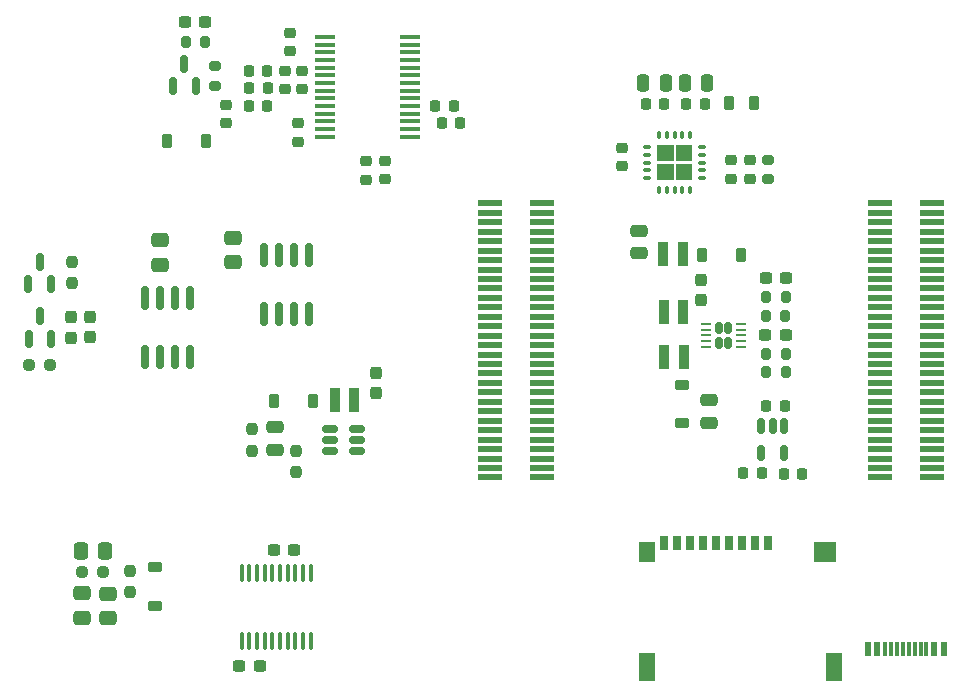
<source format=gbr>
%TF.GenerationSoftware,KiCad,Pcbnew,8.0.9*%
%TF.CreationDate,2025-03-06T21:03:41+08:00*%
%TF.ProjectId,CCD_Sensor_ZYNQ,4343445f-5365-46e7-936f-725f5a594e51,rev?*%
%TF.SameCoordinates,Original*%
%TF.FileFunction,Paste,Top*%
%TF.FilePolarity,Positive*%
%FSLAX46Y46*%
G04 Gerber Fmt 4.6, Leading zero omitted, Abs format (unit mm)*
G04 Created by KiCad (PCBNEW 8.0.9) date 2025-03-06 21:03:41*
%MOMM*%
%LPD*%
G01*
G04 APERTURE LIST*
G04 Aperture macros list*
%AMRoundRect*
0 Rectangle with rounded corners*
0 $1 Rounding radius*
0 $2 $3 $4 $5 $6 $7 $8 $9 X,Y pos of 4 corners*
0 Add a 4 corners polygon primitive as box body*
4,1,4,$2,$3,$4,$5,$6,$7,$8,$9,$2,$3,0*
0 Add four circle primitives for the rounded corners*
1,1,$1+$1,$2,$3*
1,1,$1+$1,$4,$5*
1,1,$1+$1,$6,$7*
1,1,$1+$1,$8,$9*
0 Add four rect primitives between the rounded corners*
20,1,$1+$1,$2,$3,$4,$5,0*
20,1,$1+$1,$4,$5,$6,$7,0*
20,1,$1+$1,$6,$7,$8,$9,0*
20,1,$1+$1,$8,$9,$2,$3,0*%
G04 Aperture macros list end*
%ADD10C,0.000000*%
%ADD11RoundRect,0.237500X0.237500X-0.250000X0.237500X0.250000X-0.237500X0.250000X-0.237500X-0.250000X0*%
%ADD12RoundRect,0.237500X-0.300000X-0.237500X0.300000X-0.237500X0.300000X0.237500X-0.300000X0.237500X0*%
%ADD13RoundRect,0.250000X0.250000X0.475000X-0.250000X0.475000X-0.250000X-0.475000X0.250000X-0.475000X0*%
%ADD14RoundRect,0.250000X0.475000X-0.337500X0.475000X0.337500X-0.475000X0.337500X-0.475000X-0.337500X0*%
%ADD15RoundRect,0.250000X-0.475000X0.250000X-0.475000X-0.250000X0.475000X-0.250000X0.475000X0.250000X0*%
%ADD16O,0.750001X0.299999*%
%ADD17O,0.299999X0.750001*%
%ADD18RoundRect,0.200000X0.200000X0.275000X-0.200000X0.275000X-0.200000X-0.275000X0.200000X-0.275000X0*%
%ADD19R,1.750000X0.450000*%
%ADD20RoundRect,0.218750X0.218750X0.256250X-0.218750X0.256250X-0.218750X-0.256250X0.218750X-0.256250X0*%
%ADD21RoundRect,0.225000X-0.250000X0.225000X-0.250000X-0.225000X0.250000X-0.225000X0.250000X0.225000X0*%
%ADD22R,0.700000X1.300000*%
%ADD23R,1.447800X1.651000*%
%ADD24R,1.447800X2.438400*%
%ADD25R,1.854200X1.651000*%
%ADD26RoundRect,0.150000X0.150000X-0.825000X0.150000X0.825000X-0.150000X0.825000X-0.150000X-0.825000X0*%
%ADD27RoundRect,0.237500X-0.237500X0.250000X-0.237500X-0.250000X0.237500X-0.250000X0.237500X0.250000X0*%
%ADD28RoundRect,0.225000X0.225000X0.375000X-0.225000X0.375000X-0.225000X-0.375000X0.225000X-0.375000X0*%
%ADD29RoundRect,0.250000X0.475000X-0.250000X0.475000X0.250000X-0.475000X0.250000X-0.475000X-0.250000X0*%
%ADD30RoundRect,0.200000X0.275000X-0.200000X0.275000X0.200000X-0.275000X0.200000X-0.275000X-0.200000X0*%
%ADD31RoundRect,0.218750X0.218750X0.381250X-0.218750X0.381250X-0.218750X-0.381250X0.218750X-0.381250X0*%
%ADD32R,0.600000X1.240000*%
%ADD33R,0.300000X1.240000*%
%ADD34RoundRect,0.237500X0.237500X-0.300000X0.237500X0.300000X-0.237500X0.300000X-0.237500X-0.300000X0*%
%ADD35RoundRect,0.225000X0.225000X0.250000X-0.225000X0.250000X-0.225000X-0.250000X0.225000X-0.250000X0*%
%ADD36RoundRect,0.150000X0.150000X-0.587500X0.150000X0.587500X-0.150000X0.587500X-0.150000X-0.587500X0*%
%ADD37RoundRect,0.150000X-0.512500X-0.150000X0.512500X-0.150000X0.512500X0.150000X-0.512500X0.150000X0*%
%ADD38R,0.850000X2.000000*%
%ADD39RoundRect,0.225000X0.250000X-0.225000X0.250000X0.225000X-0.250000X0.225000X-0.250000X-0.225000X0*%
%ADD40RoundRect,0.237500X-0.237500X0.300000X-0.237500X-0.300000X0.237500X-0.300000X0.237500X0.300000X0*%
%ADD41RoundRect,0.225000X-0.225000X-0.250000X0.225000X-0.250000X0.225000X0.250000X-0.225000X0.250000X0*%
%ADD42RoundRect,0.237500X-0.250000X-0.237500X0.250000X-0.237500X0.250000X0.237500X-0.250000X0.237500X0*%
%ADD43R,2.000000X0.500000*%
%ADD44RoundRect,0.167500X0.167500X0.312500X-0.167500X0.312500X-0.167500X-0.312500X0.167500X-0.312500X0*%
%ADD45RoundRect,0.062500X0.362500X0.062500X-0.362500X0.062500X-0.362500X-0.062500X0.362500X-0.062500X0*%
%ADD46RoundRect,0.250000X-0.475000X0.337500X-0.475000X-0.337500X0.475000X-0.337500X0.475000X0.337500X0*%
%ADD47RoundRect,0.237500X-0.237500X0.287500X-0.237500X-0.287500X0.237500X-0.287500X0.237500X0.287500X0*%
%ADD48RoundRect,0.200000X-0.200000X-0.275000X0.200000X-0.275000X0.200000X0.275000X-0.200000X0.275000X0*%
%ADD49RoundRect,0.100000X0.100000X-0.637500X0.100000X0.637500X-0.100000X0.637500X-0.100000X-0.637500X0*%
%ADD50RoundRect,0.250000X0.337500X0.475000X-0.337500X0.475000X-0.337500X-0.475000X0.337500X-0.475000X0*%
%ADD51RoundRect,0.237500X0.300000X0.237500X-0.300000X0.237500X-0.300000X-0.237500X0.300000X-0.237500X0*%
%ADD52RoundRect,0.225000X-0.225000X-0.375000X0.225000X-0.375000X0.225000X0.375000X-0.225000X0.375000X0*%
%ADD53RoundRect,0.225000X0.375000X-0.225000X0.375000X0.225000X-0.375000X0.225000X-0.375000X-0.225000X0*%
%ADD54RoundRect,0.150000X-0.150000X0.512500X-0.150000X-0.512500X0.150000X-0.512500X0.150000X0.512500X0*%
%ADD55RoundRect,0.250000X-0.250000X-0.475000X0.250000X-0.475000X0.250000X0.475000X-0.250000X0.475000X0*%
%ADD56RoundRect,0.218750X0.256250X-0.218750X0.256250X0.218750X-0.256250X0.218750X-0.256250X-0.218750X0*%
G04 APERTURE END LIST*
D10*
%TO.C,U2*%
G36*
X238925004Y-77150001D02*
G01*
X237557003Y-77150001D01*
X237557003Y-75782000D01*
X238925004Y-75782000D01*
X238925004Y-77150001D01*
G37*
G36*
X238925004Y-78717999D02*
G01*
X237557003Y-78717999D01*
X237557003Y-77349998D01*
X238925004Y-77349998D01*
X238925004Y-78717999D01*
G37*
G36*
X240493002Y-77150001D02*
G01*
X239125001Y-77150001D01*
X239125001Y-75782000D01*
X240493002Y-75782000D01*
X240493002Y-77150001D01*
G37*
G36*
X240493002Y-78717999D02*
G01*
X239125001Y-78717999D01*
X239125001Y-77349998D01*
X240493002Y-77349998D01*
X240493002Y-78717999D01*
G37*
%TD*%
D11*
%TO.C,R7*%
X206962500Y-103462500D03*
X206962500Y-101637500D03*
%TD*%
D12*
%TO.C,C4*%
X246695780Y-91835268D03*
X248420780Y-91835268D03*
%TD*%
D13*
%TO.C,C38*%
X238275001Y-70475002D03*
X236375001Y-70475002D03*
%TD*%
D14*
%TO.C,C31*%
X191037500Y-115837500D03*
X191037500Y-113762500D03*
%TD*%
D15*
%TO.C,C12*%
X205150000Y-99650000D03*
X205150000Y-101550000D03*
%TD*%
D16*
%TO.C,U2*%
X236700002Y-75950001D03*
X236700002Y-76600000D03*
X236700002Y-77250001D03*
X236700002Y-77900000D03*
X236700002Y-78550001D03*
D17*
X237725001Y-79575000D03*
X238375000Y-79575000D03*
X239025001Y-79575000D03*
X239675000Y-79575000D03*
X240325001Y-79575000D03*
D16*
X241350000Y-78550001D03*
X241350000Y-77900000D03*
X241350000Y-77250001D03*
X241350000Y-76600000D03*
X241350000Y-75950001D03*
D17*
X240325001Y-74925002D03*
X239675000Y-74925002D03*
X239025001Y-74925002D03*
X238375000Y-74925002D03*
X237725001Y-74925002D03*
%TD*%
D18*
%TO.C,R1*%
X248433280Y-88585268D03*
X246783280Y-88585268D03*
%TD*%
D19*
%TO.C,U3*%
X216607200Y-75059800D03*
X216607200Y-74409800D03*
X216607200Y-73759800D03*
X216607200Y-73109800D03*
X216607200Y-72459800D03*
X216607200Y-71809800D03*
X216607200Y-71159800D03*
X216607200Y-70509800D03*
X216607200Y-69859800D03*
X216607200Y-69209800D03*
X216607200Y-68559800D03*
X216607200Y-67909800D03*
X216607200Y-67259800D03*
X216607200Y-66609800D03*
X209407200Y-66609800D03*
X209407200Y-67259800D03*
X209407200Y-67909800D03*
X209407200Y-68559800D03*
X209407200Y-69209800D03*
X209407200Y-69859800D03*
X209407200Y-70509800D03*
X209407200Y-71159800D03*
X209407200Y-71809800D03*
X209407200Y-72459800D03*
X209407200Y-73109800D03*
X209407200Y-73759800D03*
X209407200Y-74409800D03*
X209407200Y-75059800D03*
%TD*%
D20*
%TO.C,FB1*%
X220312500Y-72450000D03*
X218737500Y-72450000D03*
%TD*%
D21*
%TO.C,C20*%
X214450000Y-77125000D03*
X214450000Y-78675000D03*
%TD*%
D22*
%TO.C,MICRO_SD1*%
X246889800Y-109476200D03*
X245789800Y-109476200D03*
X244689800Y-109476200D03*
X243589800Y-109476200D03*
X242489800Y-109476200D03*
X241389800Y-109476200D03*
X240289800Y-109476200D03*
X239189800Y-109476200D03*
X238089800Y-109476200D03*
D23*
X236671400Y-110250000D03*
D24*
X236671400Y-119950000D03*
X252496200Y-119950000D03*
D25*
X251721200Y-110250000D03*
%TD*%
D26*
%TO.C,U5*%
X204203280Y-90035268D03*
X205473280Y-90035268D03*
X206743280Y-90035268D03*
X208013280Y-90035268D03*
X208013280Y-85085268D03*
X206743280Y-85085268D03*
X205473280Y-85085268D03*
X204203280Y-85085268D03*
%TD*%
D27*
%TO.C,R6*%
X203212500Y-99837500D03*
X203212500Y-101662500D03*
%TD*%
D26*
%TO.C,U11*%
X194203280Y-93672768D03*
X195473280Y-93672768D03*
X196743280Y-93672768D03*
X198013280Y-93672768D03*
X198013280Y-88722768D03*
X196743280Y-88722768D03*
X195473280Y-88722768D03*
X194203280Y-88722768D03*
%TD*%
D28*
%TO.C,D2*%
X244608280Y-85035268D03*
X241308280Y-85035268D03*
%TD*%
D29*
%TO.C,C5*%
X241908280Y-99285268D03*
X241908280Y-97385268D03*
%TD*%
D30*
%TO.C,R17*%
X246925001Y-78650002D03*
X246925001Y-77000002D03*
%TD*%
D31*
%TO.C,L5*%
X245737501Y-72175002D03*
X243612501Y-72175002D03*
%TD*%
D32*
%TO.C,J4*%
X255380000Y-118430000D03*
X256180000Y-118430000D03*
D33*
X257330000Y-118430000D03*
X258330000Y-118430000D03*
X258830000Y-118430000D03*
X259830000Y-118430000D03*
D32*
X260980000Y-118430000D03*
X261780000Y-118430000D03*
X261780000Y-118430000D03*
X260980000Y-118430000D03*
D33*
X260330000Y-118430000D03*
X259330000Y-118430000D03*
X257830000Y-118430000D03*
X256830000Y-118430000D03*
D32*
X256180000Y-118430000D03*
X255380000Y-118430000D03*
%TD*%
D34*
%TO.C,C1*%
X241208280Y-88897768D03*
X241208280Y-87172768D03*
%TD*%
D35*
%TO.C,C39*%
X238100001Y-72275002D03*
X236550001Y-72275002D03*
%TD*%
D36*
%TO.C,Q3*%
X196550000Y-70737500D03*
X198450000Y-70737500D03*
X197500000Y-68862500D03*
%TD*%
D12*
%TO.C,C6*%
X202150000Y-119862500D03*
X203875000Y-119862500D03*
%TD*%
D37*
%TO.C,U7*%
X209850000Y-99800000D03*
X209850000Y-100750000D03*
X209850000Y-101700000D03*
X212125000Y-101700000D03*
X212125000Y-100750000D03*
X212125000Y-99800000D03*
%TD*%
D38*
%TO.C,L3*%
X211875000Y-97350000D03*
X210225000Y-97350000D03*
%TD*%
D39*
%TO.C,C10*%
X206475000Y-67800000D03*
X206475000Y-66250000D03*
%TD*%
D40*
%TO.C,C34*%
X187900000Y-90337500D03*
X187900000Y-92062500D03*
%TD*%
D12*
%TO.C,C2*%
X246745780Y-86985268D03*
X248470780Y-86985268D03*
%TD*%
D41*
%TO.C,C22*%
X202975000Y-69475000D03*
X204525000Y-69475000D03*
%TD*%
D42*
%TO.C,R15*%
X184337500Y-94412500D03*
X186162500Y-94412500D03*
%TD*%
D41*
%TO.C,C21*%
X203000000Y-70950000D03*
X204550000Y-70950000D03*
%TD*%
D43*
%TO.C,J2*%
X227750000Y-80700000D03*
X223350000Y-80700000D03*
X227750000Y-81500000D03*
X223350000Y-81500000D03*
X227750000Y-82300000D03*
X223350000Y-82300000D03*
X227750000Y-83100000D03*
X223350000Y-83100000D03*
X227750000Y-83900000D03*
X223350000Y-83900000D03*
X227750000Y-84700000D03*
X223350000Y-84700000D03*
X227750000Y-85500000D03*
X223350000Y-85500000D03*
X227750000Y-86300000D03*
X223350000Y-86300000D03*
X227750000Y-87100000D03*
X223350000Y-87100000D03*
X227750000Y-87900000D03*
X223350000Y-87900000D03*
X227750000Y-88700000D03*
X223350000Y-88700000D03*
X227750000Y-89500000D03*
X223350000Y-89500000D03*
X227750000Y-90300000D03*
X223350000Y-90300000D03*
X227750000Y-91100000D03*
X223350000Y-91100000D03*
X227750000Y-91900000D03*
X223350000Y-91900000D03*
X227750000Y-92700000D03*
X223350000Y-92700000D03*
X227750000Y-93500000D03*
X223350000Y-93500000D03*
X227750000Y-94300000D03*
X223350000Y-94300000D03*
X227750000Y-95100000D03*
X223350000Y-95100000D03*
X227750000Y-95900000D03*
X223350000Y-95900000D03*
X227750000Y-96700000D03*
X223350000Y-96700000D03*
X227750000Y-97500000D03*
X223350000Y-97500000D03*
X227750000Y-98300000D03*
X223350000Y-98300000D03*
X227750000Y-99100000D03*
X223350000Y-99100000D03*
X227750000Y-99900000D03*
X223350000Y-99900000D03*
X227750000Y-100700000D03*
X223350000Y-100700000D03*
X227750000Y-101500000D03*
X223350000Y-101500000D03*
X227750000Y-102300000D03*
X223350000Y-102300000D03*
X227750000Y-103100000D03*
X223350000Y-103100000D03*
X227750000Y-103900000D03*
X223350000Y-103900000D03*
%TD*%
D39*
%TO.C,C17*%
X207475000Y-71025000D03*
X207475000Y-69475000D03*
%TD*%
D44*
%TO.C,U1*%
X243568280Y-92480268D03*
X243568280Y-91290268D03*
X242748280Y-92480268D03*
X242748280Y-91290268D03*
D45*
X244608280Y-92885268D03*
X244608280Y-92385268D03*
X244608280Y-91885268D03*
X244608280Y-91385268D03*
X244608280Y-90885268D03*
X241708280Y-90885268D03*
X241708280Y-91385268D03*
X241708280Y-91885268D03*
X241708280Y-92385268D03*
X241708280Y-92885268D03*
%TD*%
D46*
%TO.C,C30*%
X201650000Y-83612500D03*
X201650000Y-85687500D03*
%TD*%
D41*
%TO.C,C25*%
X248275000Y-103650000D03*
X249825000Y-103650000D03*
%TD*%
D38*
%TO.C,L1*%
X238083280Y-89935268D03*
X239733280Y-89935268D03*
%TD*%
D30*
%TO.C,R9*%
X200125000Y-70750000D03*
X200125000Y-69100000D03*
%TD*%
D47*
%TO.C,L4*%
X189500000Y-90300000D03*
X189500000Y-92050000D03*
%TD*%
D29*
%TO.C,C3*%
X236008280Y-84935268D03*
X236008280Y-83035268D03*
%TD*%
D38*
%TO.C,L6*%
X239683280Y-84985268D03*
X238033280Y-84985268D03*
%TD*%
D46*
%TO.C,C29*%
X195458280Y-83822768D03*
X195458280Y-85897768D03*
%TD*%
D48*
%TO.C,R3*%
X246783280Y-94985268D03*
X248433280Y-94985268D03*
%TD*%
D49*
%TO.C,U6*%
X202350000Y-117725000D03*
X203000000Y-117725000D03*
X203650000Y-117725000D03*
X204300000Y-117725000D03*
X204950000Y-117725000D03*
X205600000Y-117725000D03*
X206250000Y-117725000D03*
X206900000Y-117725000D03*
X207550000Y-117725000D03*
X208200000Y-117725000D03*
X208200000Y-112000000D03*
X207550000Y-112000000D03*
X206900000Y-112000000D03*
X206250000Y-112000000D03*
X205600000Y-112000000D03*
X204950000Y-112000000D03*
X204300000Y-112000000D03*
X203650000Y-112000000D03*
X203000000Y-112000000D03*
X202350000Y-112000000D03*
%TD*%
D36*
%TO.C,Q1*%
X184325000Y-92150000D03*
X186225000Y-92150000D03*
X185275000Y-90275000D03*
%TD*%
D39*
%TO.C,C16*%
X206000000Y-71000000D03*
X206000000Y-69450000D03*
%TD*%
D42*
%TO.C,R13*%
X188825000Y-111950000D03*
X190650000Y-111950000D03*
%TD*%
D43*
%TO.C,J1*%
X260770000Y-80700000D03*
X256370000Y-80700000D03*
X260770000Y-81500000D03*
X256370000Y-81500000D03*
X260770000Y-82300000D03*
X256370000Y-82300000D03*
X260770000Y-83100000D03*
X256370000Y-83100000D03*
X260770000Y-83900000D03*
X256370000Y-83900000D03*
X260770000Y-84700000D03*
X256370000Y-84700000D03*
X260770000Y-85500000D03*
X256370000Y-85500000D03*
X260770000Y-86300000D03*
X256370000Y-86300000D03*
X260770000Y-87100000D03*
X256370000Y-87100000D03*
X260770000Y-87900000D03*
X256370000Y-87900000D03*
X260770000Y-88700000D03*
X256370000Y-88700000D03*
X260770000Y-89500000D03*
X256370000Y-89500000D03*
X260770000Y-90300000D03*
X256370000Y-90300000D03*
X260770000Y-91100000D03*
X256370000Y-91100000D03*
X260770000Y-91900000D03*
X256370000Y-91900000D03*
X260770000Y-92700000D03*
X256370000Y-92700000D03*
X260770000Y-93500000D03*
X256370000Y-93500000D03*
X260770000Y-94300000D03*
X256370000Y-94300000D03*
X260770000Y-95100000D03*
X256370000Y-95100000D03*
X260770000Y-95900000D03*
X256370000Y-95900000D03*
X260770000Y-96700000D03*
X256370000Y-96700000D03*
X260770000Y-97500000D03*
X256370000Y-97500000D03*
X260770000Y-98300000D03*
X256370000Y-98300000D03*
X260770000Y-99100000D03*
X256370000Y-99100000D03*
X260770000Y-99900000D03*
X256370000Y-99900000D03*
X260770000Y-100700000D03*
X256370000Y-100700000D03*
X260770000Y-101500000D03*
X256370000Y-101500000D03*
X260770000Y-102300000D03*
X256370000Y-102300000D03*
X260770000Y-103100000D03*
X256370000Y-103100000D03*
X260770000Y-103900000D03*
X256370000Y-103900000D03*
%TD*%
D35*
%TO.C,C24*%
X246375000Y-103487500D03*
X244825000Y-103487500D03*
%TD*%
D50*
%TO.C,C33*%
X190825000Y-110100000D03*
X188750000Y-110100000D03*
%TD*%
D14*
%TO.C,C32*%
X188837500Y-115787500D03*
X188837500Y-113712500D03*
%TD*%
D48*
%TO.C,R4*%
X246758280Y-93435268D03*
X248408280Y-93435268D03*
%TD*%
D11*
%TO.C,R14*%
X192937500Y-113612500D03*
X192937500Y-111787500D03*
%TD*%
D39*
%TO.C,C40*%
X207125000Y-75475000D03*
X207125000Y-73925000D03*
%TD*%
D34*
%TO.C,C11*%
X213750000Y-96762500D03*
X213750000Y-95037500D03*
%TD*%
D35*
%TO.C,C37*%
X248325000Y-97887500D03*
X246775000Y-97887500D03*
%TD*%
D51*
%TO.C,C26*%
X199275000Y-65350000D03*
X197550000Y-65350000D03*
%TD*%
D41*
%TO.C,C35*%
X240000001Y-72275002D03*
X241550001Y-72275002D03*
%TD*%
D12*
%TO.C,C7*%
X205050000Y-110012500D03*
X206775000Y-110012500D03*
%TD*%
D21*
%TO.C,C15*%
X201050000Y-72385000D03*
X201050000Y-73935000D03*
%TD*%
D52*
%TO.C,D5*%
X196050000Y-75400000D03*
X199350000Y-75400000D03*
%TD*%
D21*
%TO.C,C9*%
X243825001Y-77050002D03*
X243825001Y-78600002D03*
%TD*%
D52*
%TO.C,D3*%
X205100000Y-97400000D03*
X208400000Y-97400000D03*
%TD*%
D11*
%TO.C,R16*%
X187950000Y-87475000D03*
X187950000Y-85650000D03*
%TD*%
D53*
%TO.C,D4*%
X195000000Y-114750000D03*
X195000000Y-111450000D03*
%TD*%
D41*
%TO.C,C23*%
X219275000Y-73925000D03*
X220825000Y-73925000D03*
%TD*%
D21*
%TO.C,C19*%
X212850000Y-77150000D03*
X212850000Y-78700000D03*
%TD*%
%TO.C,C36*%
X234550000Y-75975002D03*
X234550000Y-77525002D03*
%TD*%
D38*
%TO.C,L2*%
X239783280Y-93735268D03*
X238133280Y-93735268D03*
%TD*%
D48*
%TO.C,R2*%
X246733280Y-90235268D03*
X248383280Y-90235268D03*
%TD*%
D53*
%TO.C,D1*%
X239608280Y-99335268D03*
X239608280Y-96035268D03*
%TD*%
D35*
%TO.C,C18*%
X204535000Y-72450000D03*
X202985000Y-72450000D03*
%TD*%
D18*
%TO.C,R11*%
X199275000Y-67000000D03*
X197625000Y-67000000D03*
%TD*%
D36*
%TO.C,Q2*%
X184300000Y-87550000D03*
X186200000Y-87550000D03*
X185250000Y-85675000D03*
%TD*%
D54*
%TO.C,U4*%
X248250000Y-99562500D03*
X247300000Y-99562500D03*
X246350000Y-99562500D03*
X246350000Y-101837500D03*
X248250000Y-101837500D03*
%TD*%
D55*
%TO.C,C8*%
X239875001Y-70475002D03*
X241775001Y-70475002D03*
%TD*%
D56*
%TO.C,D6*%
X245375001Y-78612502D03*
X245375001Y-77037502D03*
%TD*%
M02*

</source>
